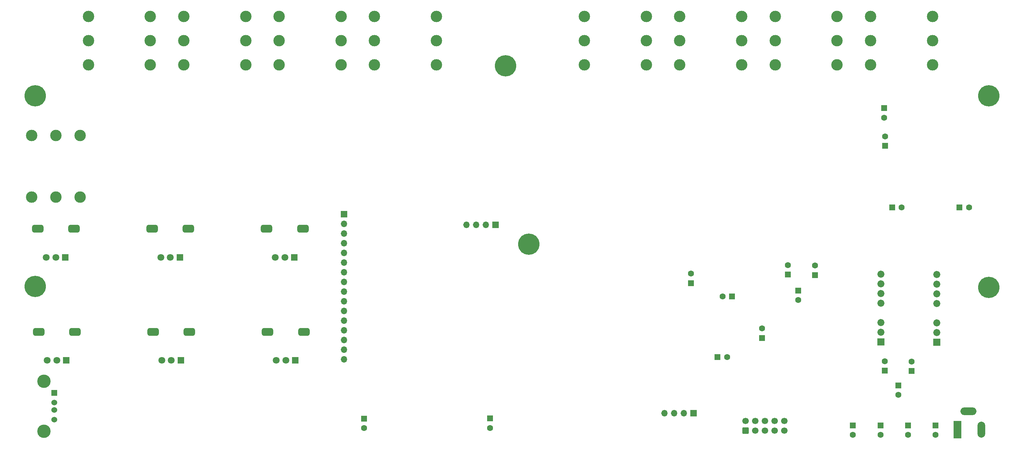
<source format=gbs>
G04 #@! TF.GenerationSoftware,KiCad,Pcbnew,7.0.2*
G04 #@! TF.CreationDate,2024-04-03T18:34:27+02:00*
G04 #@! TF.ProjectId,stm_audio_board_V3,73746d5f-6175-4646-996f-5f626f617264,rev?*
G04 #@! TF.SameCoordinates,Original*
G04 #@! TF.FileFunction,Soldermask,Bot*
G04 #@! TF.FilePolarity,Negative*
%FSLAX46Y46*%
G04 Gerber Fmt 4.6, Leading zero omitted, Abs format (unit mm)*
G04 Created by KiCad (PCBNEW 7.0.2) date 2024-04-03 18:34:27*
%MOMM*%
%LPD*%
G01*
G04 APERTURE LIST*
G04 Aperture macros list*
%AMRoundRect*
0 Rectangle with rounded corners*
0 $1 Rounding radius*
0 $2 $3 $4 $5 $6 $7 $8 $9 X,Y pos of 4 corners*
0 Add a 4 corners polygon primitive as box body*
4,1,4,$2,$3,$4,$5,$6,$7,$8,$9,$2,$3,0*
0 Add four circle primitives for the rounded corners*
1,1,$1+$1,$2,$3*
1,1,$1+$1,$4,$5*
1,1,$1+$1,$6,$7*
1,1,$1+$1,$8,$9*
0 Add four rect primitives between the rounded corners*
20,1,$1+$1,$2,$3,$4,$5,0*
20,1,$1+$1,$4,$5,$6,$7,0*
20,1,$1+$1,$6,$7,$8,$9,0*
20,1,$1+$1,$8,$9,$2,$3,0*%
G04 Aperture macros list end*
%ADD10C,3.000000*%
%ADD11R,1.600000X1.600000*%
%ADD12C,1.600000*%
%ADD13R,1.850000X1.850000*%
%ADD14C,1.850000*%
%ADD15R,2.000000X4.600000*%
%ADD16O,2.000000X4.200000*%
%ADD17O,4.200000X2.000000*%
%ADD18RoundRect,0.250000X0.600000X-0.600000X0.600000X0.600000X-0.600000X0.600000X-0.600000X-0.600000X0*%
%ADD19C,1.700000*%
%ADD20C,5.600000*%
%ADD21R,1.700000X1.700000*%
%ADD22O,1.700000X1.700000*%
%ADD23R,1.524000X1.524000*%
%ADD24C,1.524000*%
%ADD25C,3.500000*%
%ADD26R,1.800000X1.800000*%
%ADD27C,1.800000*%
%ADD28RoundRect,0.500000X1.000000X-0.500000X1.000000X0.500000X-1.000000X0.500000X-1.000000X-0.500000X0*%
G04 APERTURE END LIST*
D10*
X242486250Y-39983400D03*
X258716250Y-39983400D03*
X242486250Y-33633400D03*
X258716250Y-33633400D03*
X242486250Y-46333400D03*
X258716250Y-46333400D03*
X192486250Y-39983400D03*
X208716250Y-39983400D03*
X192486250Y-33633400D03*
X208716250Y-33633400D03*
X192486250Y-46333400D03*
X208716250Y-46333400D03*
D11*
X134714759Y-139200000D03*
D12*
X134714759Y-141700000D03*
D10*
X112476251Y-39983400D03*
X128706251Y-39983400D03*
X112476251Y-33633400D03*
X128706251Y-33633400D03*
X112476251Y-46333400D03*
X128706251Y-46333400D03*
D13*
X284822821Y-119213400D03*
D14*
X284822821Y-116673400D03*
X284822821Y-114133400D03*
X284822821Y-109053400D03*
X284822821Y-106513400D03*
X284822821Y-103973400D03*
X284822821Y-101433400D03*
D11*
X252948559Y-101523400D03*
D12*
X252948559Y-99023400D03*
D11*
X227360241Y-123050000D03*
D12*
X229860241Y-123050000D03*
D15*
X290236200Y-142092000D03*
D16*
X296536200Y-142092000D03*
D17*
X293136200Y-137292000D03*
D11*
X277284562Y-140991800D03*
D12*
X277284562Y-143491800D03*
D11*
X220426287Y-103665080D03*
D12*
X220426287Y-101165080D03*
D18*
X234707600Y-142351400D03*
D19*
X234707600Y-139811400D03*
X237247600Y-142351400D03*
X237247600Y-139811400D03*
X239787600Y-142351400D03*
X239787600Y-139811400D03*
X242327600Y-142351400D03*
X242327600Y-139811400D03*
X244867600Y-142351400D03*
X244867600Y-139811400D03*
D11*
X239044959Y-118066160D03*
D12*
X239044959Y-115566160D03*
D11*
X271207000Y-126652135D03*
D12*
X271207000Y-124152135D03*
D11*
X273152759Y-83766318D03*
D12*
X275652759Y-83766318D03*
D11*
X248487000Y-105597641D03*
D12*
X248487000Y-108097641D03*
D10*
X62476251Y-39983400D03*
X78706251Y-39983400D03*
X62476251Y-33633400D03*
X78706251Y-33633400D03*
X62476251Y-46333400D03*
X78706251Y-46333400D03*
D11*
X271319359Y-67616000D03*
D12*
X271319359Y-65116000D03*
D11*
X271023200Y-57736159D03*
D12*
X271023200Y-60236159D03*
D11*
X270076167Y-140991800D03*
D12*
X270076167Y-143491800D03*
D10*
X137476251Y-39983400D03*
X153706251Y-39983400D03*
X137476251Y-33633400D03*
X153706251Y-33633400D03*
X137476251Y-46333400D03*
X153706251Y-46333400D03*
D20*
X48500000Y-54518750D03*
D11*
X290807800Y-83804759D03*
D12*
X293307800Y-83804759D03*
D11*
X245833800Y-101407041D03*
D12*
X245833800Y-98907041D03*
D21*
X169215820Y-88374078D03*
D22*
X166675820Y-88374078D03*
X164135820Y-88374078D03*
X161595820Y-88374078D03*
D20*
X298500000Y-104793750D03*
D10*
X53951445Y-81097886D03*
X53951445Y-64867886D03*
X47601445Y-81097886D03*
X47601445Y-64867886D03*
X60301445Y-81097886D03*
X60301445Y-64867886D03*
D11*
X167750000Y-139160241D03*
D12*
X167750000Y-141660241D03*
D21*
X221119899Y-137824541D03*
D22*
X218579899Y-137824541D03*
X216039899Y-137824541D03*
X213499899Y-137824541D03*
D11*
X284492959Y-140991800D03*
D12*
X284492959Y-143491800D03*
D13*
X270210359Y-119113221D03*
D14*
X270210359Y-116573221D03*
X270210359Y-114033221D03*
X270210359Y-108953221D03*
X270210359Y-106413221D03*
X270210359Y-103873221D03*
X270210359Y-101333221D03*
D20*
X48500000Y-104518750D03*
D11*
X231193800Y-107135441D03*
D12*
X228693800Y-107135441D03*
D23*
X53563600Y-132496400D03*
D24*
X53563600Y-134996400D03*
X53563600Y-136996400D03*
X53563600Y-139496400D03*
D25*
X50853600Y-129426400D03*
X50853600Y-142566400D03*
D10*
X87476251Y-39983400D03*
X103706251Y-39983400D03*
X87476251Y-33633400D03*
X103706251Y-33633400D03*
X87476251Y-46333400D03*
X103706251Y-46333400D03*
D11*
X278203000Y-126731800D03*
D12*
X278203000Y-124231800D03*
D11*
X274745670Y-130492600D03*
D12*
X274745670Y-132992600D03*
D20*
X177889000Y-93435400D03*
X171807600Y-46643600D03*
D10*
X267486250Y-39983400D03*
X283716250Y-39983400D03*
X267486250Y-33633400D03*
X283716250Y-33633400D03*
X267486250Y-46333400D03*
X283716250Y-46333400D03*
D20*
X298500000Y-54518750D03*
D11*
X262867772Y-140991800D03*
D12*
X262867772Y-143491800D03*
D10*
X217486250Y-39983400D03*
X233716250Y-39983400D03*
X217486250Y-33633400D03*
X233716250Y-33633400D03*
X217486250Y-46333400D03*
X233716250Y-46333400D03*
D26*
X116699195Y-123929281D03*
D27*
X114199195Y-123929281D03*
X111699195Y-123929281D03*
D28*
X109449195Y-116429281D03*
X118949195Y-116429281D03*
D26*
X86445195Y-96896243D03*
D27*
X83945195Y-96896243D03*
X81445195Y-96896243D03*
D28*
X79195195Y-89396243D03*
X88695195Y-89396243D03*
D26*
X86699195Y-123929281D03*
D27*
X84199195Y-123929281D03*
X81699195Y-123929281D03*
D28*
X79449195Y-116429281D03*
X88949195Y-116429281D03*
D21*
X129507600Y-85587200D03*
D22*
X129507600Y-88127200D03*
X129507600Y-90667200D03*
X129507600Y-93207200D03*
X129507600Y-95747200D03*
X129507600Y-98287200D03*
X129507600Y-100827200D03*
X129507600Y-103367200D03*
X129507600Y-105907200D03*
X129507600Y-108447200D03*
X129507600Y-110987200D03*
X129507600Y-113527200D03*
X129507600Y-116067200D03*
X129507600Y-118607200D03*
X129507600Y-121147200D03*
X129507600Y-123687200D03*
D26*
X56445195Y-96896243D03*
D27*
X53945195Y-96896243D03*
X51445195Y-96896243D03*
D28*
X49195195Y-89396243D03*
X58695195Y-89396243D03*
D26*
X56699195Y-123929281D03*
D27*
X54199195Y-123929281D03*
X51699195Y-123929281D03*
D28*
X49449195Y-116429281D03*
X58949195Y-116429281D03*
D26*
X116445195Y-96896243D03*
D27*
X113945195Y-96896243D03*
X111445195Y-96896243D03*
D28*
X109195195Y-89396243D03*
X118695195Y-89396243D03*
M02*

</source>
